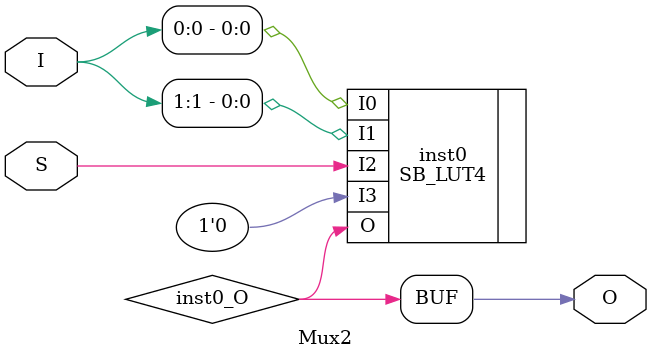
<source format=v>
module Mux2 (input [1:0] I, input  S, output  O);
wire  inst0_O;
SB_LUT4 #(.LUT_INIT(16'hCACA)) inst0 (.I0(I[0]), .I1(I[1]), .I2(S), .I3(1'b0), .O(inst0_O));
assign O = inst0_O;
endmodule


</source>
